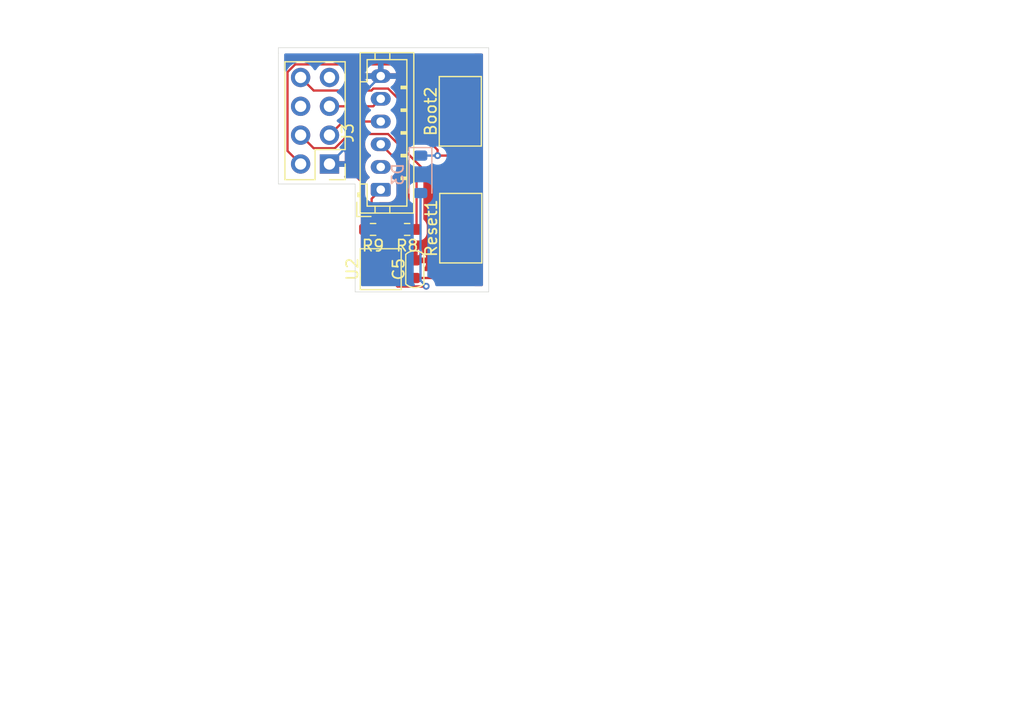
<source format=kicad_pcb>
(kicad_pcb (version 20241229) (generator "pcbnew") (generator_version "9.0")
  (layers (0 "F.Cu" signal) (2 "B.Cu" signal) (13 "F.Paste" user) (15 "B.Paste" user) (5 "F.SilkS" user "F.Silkscreen") (7 "B.SilkS" user "B.Silkscreen") (1 "F.Mask" user) (3 "B.Mask" user) (25 "Edge.Cuts" user))
  (net 0 "")
  (net 1 "+3V3")
  (net 2 "Net-(D3-A)")
  (net 3 "GND")
  (net 4 "/SWDIO")
  (net 5 "/SWCLK")
  (net 6 "/BOOT")
  (net 7 "Net-(J3-Pin_3)")
  (net 8 "USB_D+")
  (net 9 "Net-(J3-Pin_2)")
  (net 10 "USB_BUS")
  (net 11 "USB_D-")
  (net 12 "/NRST")
  (footprint "Button_Switch_SMD:SW_SPST_CK_RS282G05A3" (layer "F.Cu") (at 128.04 44.89 90)
    (property "Reference" "Reset1" (at 0 -2.6 90) (layer "F.SilkS"))
    (property "Value" "SW_Push")
    (fp_line (start 3.06 -1.85) (end 3.06 1.85) (stroke (width 0.12)) (layer "F.SilkS"))
    (fp_line (start -3.06 -1.85) (end 3.06 -1.85) (stroke (width 0.12)) (layer "F.SilkS"))
    (fp_line (start 3.06 1.85) (end -3.06 1.85) (stroke (width 0.12)) (layer "F.SilkS"))
    (fp_line (start -3.06 1.85) (end -3.06 -1.85) (stroke (width 0.12)) (layer "F.SilkS"))
    (pad "1" smd rect (at -3.9 0 90) (size 1.5 1.5) (layers "F.Cu" "F.Mask" "F.Paste") (net 12 "/NRST"))
    (pad "2" smd rect (at 3.9 0 90) (size 1.5 1.5) (layers "F.Cu" "F.Mask" "F.Paste") (net 3 "GND"))
  )
  (footprint "PCM_Package_TO_SOT_SMD_AKL:SOT-23" (layer "F.Cu") (at 121 48.5 90)
    (property "Reference" "U2" (at 0 -2.5 90) (layer "F.SilkS"))
    (property "Value" "AP130-33SA" (hide yes))
    (fp_line (start 1.8 -1.8) (end -1.8 -1.8) (stroke (width 0.12)) (layer "F.SilkS"))
    (fp_line (start -1.8 -1.8) (end -1.8 1.8) (stroke (width 0.12)) (layer "F.SilkS"))
    (fp_line (start 1.8 1.8) (end 1.8 -1.8) (stroke (width 0.12)) (layer "F.SilkS"))
    (fp_line (start -1.8 1.8) (end 1.8 1.8) (stroke (width 0.12)) (layer "F.SilkS"))
    (pad "1" smd roundrect (at -1 -0.95 90) (size 0.9 0.8) (layers "F.Cu" "F.Mask" "F.Paste") (net 3 "GND"))
    (pad "2" smd roundrect (at -1 0.95 90) (size 0.9 0.8) (layers "F.Cu" "F.Mask" "F.Paste") (net 2 "Net-(D3-A)"))
    (pad "3" smd roundrect (at 1 0 90) (size 0.9 0.8) (layers "F.Cu" "F.Mask" "F.Paste") (net 10 "USB_BUS"))
  )
  (footprint "Connector_PinHeader_2.54mm:PinHeader_2x04_P2.54mm_Vertical" (layer "F.Cu") (at 116.49 39.24 180)
    (property "Reference" "J4" (hide yes))
    (property "Value" "Conn_01x08" (hide yes))
    (fp_line (start 3.92 -1.38) (end 3.92 9) (stroke (width 0.12)) (layer "F.SilkS") (net 115))
    (fp_line (start 1.27 1.27) (end 1.27 -1.38) (stroke (width 0.12)) (layer "F.SilkS") (net 115))
    (fp_line (start 1.27 -1.38) (end 3.92 -1.38) (stroke (width 0.12)) (layer "F.SilkS") (net 115))
    (fp_line (start -1.38 9) (end 3.92 9) (stroke (width 0.12)) (layer "F.SilkS") (net 115))
    (fp_line (start -1.38 1.27) (end 1.27 1.27) (stroke (width 0.12)) (layer "F.SilkS") (net 115))
    (fp_line (start -1.38 1.27) (end -1.38 9) (stroke (width 0.12)) (layer "F.SilkS") (net 115))
    (fp_line (start -1.38 0) (end -1.38 -1.38) (stroke (width 0.12)) (layer "F.SilkS") (net 115))
    (fp_line (start -1.38 -1.38) (end 0 -1.38) (stroke (width 0.12)) (layer "F.SilkS") (net 115))
    (pad "1" thru_hole rect (at 0 0 180) (size 1.7 1.7) (drill 1) (layers "*.Cu" "*.Mask") (net 3 "GND"))
    (pad "2" thru_hole circle (at 2.54 0 180) (size 1.7 1.7) (drill 1) (layers "*.Cu" "*.Mask") (net 6 "/BOOT"))
    (pad "3" thru_hole circle (at 0 2.54 180) (size 1.7 1.7) (drill 1) (layers "*.Cu" "*.Mask") (net 11 "USB_D-"))
    (pad "4" thru_hole circle (at 2.54 2.54 180) (size 1.7 1.7) (drill 1) (layers "*.Cu" "*.Mask") (net 12 "/NRST"))
    (pad "5" thru_hole circle (at 0 5.08 180) (size 1.7 1.7) (drill 1) (layers "*.Cu" "*.Mask") (net 8 "USB_D+"))
    (pad "6" thru_hole circle (at 2.54 5.08 180) (size 1.7 1.7) (drill 1) (layers "*.Cu" "*.Mask") (net 4 "/SWDIO"))
    (pad "7" thru_hole circle (at 0 7.62 180) (size 1.7 1.7) (drill 1) (layers "*.Cu" "*.Mask") (net 5 "/SWCLK"))
    (pad "8" thru_hole circle (at 2.54 7.62 180) (size 1.7 1.7) (drill 1) (layers "*.Cu" "*.Mask") (net 1 "+3V3"))
  )
  (footprint "PCM_Capacitor_SMD_AKL:C_0603_1608Metric" (layer "F.Cu") (at 124 48.5 90)
    (property "Reference" "C5" (at 0 -1.43 90) (layer "F.SilkS"))
    (property "Value" "100nF" (hide yes))
    (fp_line (start 1.3 -0.800002) (end -1.3 -0.8) (stroke (width 0.12)) (layer "F.SilkS"))
    (fp_line (start -1.3 0.800002) (end 1.3 0.8) (stroke (width 0.12)) (layer "F.SilkS"))
    (fp_arc (start 1.3 -0.800002) (mid 1.619939 -0.000001) (end 1.3 0.8) (stroke (width 0.12)) (layer "F.SilkS"))
    (fp_arc (start -1.3 0.800002) (mid -1.619939 0.000001) (end -1.3 -0.8) (stroke (width 0.12)) (layer "F.SilkS"))
    (pad "1" smd roundrect (at -0.775 0 90) (size 0.9 0.95) (layers "F.Cu" "F.Mask" "F.Paste") (net 12 "/NRST"))
    (pad "2" smd roundrect (at 0.775 0 90) (size 0.9 0.95) (layers "F.Cu" "F.Mask" "F.Paste") (net 3 "GND"))
  )
  (footprint "Resistor_SMD:R_0603_1608Metric" (layer "F.Cu") (at 120.325 45 180)
    (property "Reference" "R9" (at 0 -1.43 0) (layer "F.SilkS"))
    (property "Value" "5.1k")
    (fp_line (start -0.237258 0.5225) (end 0.237258 0.5225) (stroke (width 0.12)) (layer "F.SilkS"))
    (fp_line (start -0.237258 -0.5225) (end 0.237258 -0.5225) (stroke (width 0.12)) (layer "F.SilkS"))
    (pad "1" smd roundrect (at -0.825 0 180) (size 0.8 0.95) (layers "F.Cu" "F.Mask" "F.Paste") (net 9 "Net-(J3-Pin_2)"))
    (pad "2" smd roundrect (at 0.825 0 180) (size 0.8 0.95) (layers "F.Cu" "F.Mask" "F.Paste") (net 3 "GND"))
  )
  (footprint "Button_Switch_SMD:SW_SPST_CK_RS282G05A3" (layer "F.Cu") (at 128 34.6 90)
    (property "Reference" "Boot2" (at 0 -2.6 90) (layer "F.SilkS"))
    (property "Value" "SW_Push")
    (fp_line (start 3.06 -1.85) (end 3.06 1.85) (stroke (width 0.12)) (layer "F.SilkS"))
    (fp_line (start -3.06 -1.85) (end 3.06 -1.85) (stroke (width 0.12)) (layer "F.SilkS"))
    (fp_line (start 3.06 1.85) (end -3.06 1.85) (stroke (width 0.12)) (layer "F.SilkS"))
    (fp_line (start -3.06 1.85) (end -3.06 -1.85) (stroke (width 0.12)) (layer "F.SilkS"))
    (pad "1" smd rect (at -3.9 0 90) (size 1.5 1.5) (layers "F.Cu" "F.Mask" "F.Paste") (net 1 "+3V3"))
    (pad "2" smd rect (at 3.9 0 90) (size 1.5 1.5) (layers "F.Cu" "F.Mask" "F.Paste") (net 6 "/BOOT"))
  )
  (footprint "Resistor_SMD:R_0603_1608Metric" (layer "F.Cu") (at 123.325 45 180)
    (property "Reference" "R8" (at 0 -1.43 0) (layer "F.SilkS"))
    (property "Value" "5.1k")
    (fp_line (start -0.237258 0.5225) (end 0.237258 0.5225) (stroke (width 0.12)) (layer "F.SilkS"))
    (fp_line (start -0.237258 -0.5225) (end 0.237258 -0.5225) (stroke (width 0.12)) (layer "F.SilkS"))
    (pad "1" smd roundrect (at -0.825 0 180) (size 0.8 0.95) (layers "F.Cu" "F.Mask" "F.Paste") (net 7 "Net-(J3-Pin_3)"))
    (pad "2" smd roundrect (at 0.825 0 180) (size 0.8 0.95) (layers "F.Cu" "F.Mask" "F.Paste") (net 3 "GND"))
  )
  (footprint "Connector_JST:JST_PH_B6B-PH-K_1x06_P2.00mm_Vertical" (layer "F.Cu") (at 121 41.5 90)
    (property "Reference" "J3" (at 5 -2.9 90) (layer "F.SilkS"))
    (property "Value" "Conn_01x06")
    (fp_line (start -1.11 -2.11) (end -2.36 -2.11) (stroke (width 0.12)) (layer "F.SilkS"))
    (fp_line (start -2.36 -2.11) (end -2.36 -0.86) (stroke (width 0.12)) (layer "F.SilkS"))
    (fp_line (start -0.3 -2.01) (end -0.6 -2.01) (stroke (width 0.12)) (layer "F.SilkS"))
    (fp_line (start -0.6 -2.01) (end -0.6 -1.81) (stroke (width 0.12)) (layer "F.SilkS"))
    (fp_line (start -0.3 -1.91) (end -0.6 -1.91) (stroke (width 0.12)) (layer "F.SilkS"))
    (fp_line (start 12.06 -1.81) (end -2.06 -1.81) (stroke (width 0.12)) (layer "F.SilkS"))
    (fp_line (start 0.5 -1.81) (end 0.5 -1.2) (stroke (width 0.12)) (layer "F.SilkS"))
    (fp_line (start -0.3 -1.81) (end -0.3 -2.01) (stroke (width 0.12)) (layer "F.SilkS"))
    (fp_line (start -2.06 -1.81) (end -2.06 2.91) (stroke (width 0.12)) (layer "F.SilkS"))
    (fp_line (start 11.45 -1.2) (end 9.5 -1.2) (stroke (width 0.12)) (layer "F.SilkS"))
    (fp_line (start 9.5 -1.2) (end 9.5 -1.81) (stroke (width 0.12)) (layer "F.SilkS"))
    (fp_line (start 0.5 -1.2) (end -1.45 -1.2) (stroke (width 0.12)) (layer "F.SilkS"))
    (fp_line (start -1.45 -1.2) (end -1.45 2.3) (stroke (width 0.12)) (layer "F.SilkS"))
    (fp_line (start 12.06 -0.5) (end 11.45 -0.5) (stroke (width 0.12)) (layer "F.SilkS"))
    (fp_line (start -2.06 -0.5) (end -1.45 -0.5) (stroke (width 0.12)) (layer "F.SilkS"))
    (fp_line (start 12.06 0.8) (end 11.45 0.8) (stroke (width 0.12)) (layer "F.SilkS"))
    (fp_line (start -2.06 0.8) (end -1.45 0.8) (stroke (width 0.12)) (layer "F.SilkS"))
    (fp_line (start 9.1 1.8) (end 9.1 2.3) (stroke (width 0.12)) (layer "F.SilkS"))
    (fp_line (start 8.9 1.8) (end 9.1 1.8) (stroke (width 0.12)) (layer "F.SilkS"))
    (fp_line (start 7.1 1.8) (end 7.1 2.3) (stroke (width 0.12)) (layer "F.SilkS"))
    (fp_line (start 6.9 1.8) (end 7.1 1.8) (stroke (width 0.12)) (layer "F.SilkS"))
    (fp_line (start 5.1 1.8) (end 5.1 2.3) (stroke (width 0.12)) (layer "F.SilkS"))
    (fp_line (start 4.9 1.8) (end 5.1 1.8) (stroke (width 0.12)) (layer "F.SilkS"))
    (fp_line (start 3.1 1.8) (end 3.1 2.3) (stroke (width 0.12)) (layer "F.SilkS"))
    (fp_line (start 2.9 1.8) (end 3.1 1.8) (stroke (width 0.12)) (layer "F.SilkS"))
    (fp_line (start 1.1 1.8) (end 1.1 2.3) (stroke (width 0.12)) (layer "F.SilkS"))
    (fp_line (start 0.9 1.8) (end 1.1 1.8) (stroke (width 0.12)) (layer "F.SilkS"))
    (fp_line (start 11.45 2.3) (end 11.45 -1.2) (stroke (width 0.12)) (layer "F.SilkS"))
    (fp_line (start 9 2.3) (end 9 1.8) (stroke (width 0.12)) (layer "F.SilkS"))
    (fp_line (start 8.9 2.3) (end 8.9 1.8) (stroke (width 0.12)) (layer "F.SilkS"))
    (fp_line (start 7 2.3) (end 7 1.8) (stroke (width 0.12)) (layer "F.SilkS"))
    (fp_line (start 6.9 2.3) (end 6.9 1.8) (stroke (width 0.12)) (layer "F.SilkS"))
    (fp_line (start 5 2.3) (end 5 1.8) (stroke (width 0.12)) (layer "F.SilkS"))
    (fp_line (start 4.9 2.3) (end 4.9 1.8) (stroke (width 0.12)) (layer "F.SilkS"))
    (fp_line (start 3 2.3) (end 3 1.8) (stroke (width 0.12)) (layer "F.SilkS"))
    (fp_line (start 2.9 2.3) (end 2.9 1.8) (stroke (width 0.12)) (layer "F.SilkS"))
    (fp_line (start 1 2.3) (end 1 1.8) (stroke (width 0.12)) (layer "F.SilkS"))
    (fp_line (start 0.9 2.3) (end 0.9 1.8) (stroke (width 0.12)) (layer "F.SilkS"))
    (fp_line (start -1.45 2.3) (end 11.45 2.3) (stroke (width 0.12)) (layer "F.SilkS"))
    (fp_line (start 12.06 2.91) (end 12.06 -1.81) (stroke (width 0.12)) (layer "F.SilkS"))
    (fp_line (start -2.06 2.91) (end 12.06 2.91) (stroke (width 0.12)) (layer "F.SilkS"))
    (pad "1" thru_hole roundrect (at 0 0 90) (size 1.2 1.75) (drill 0.75) (layers "*.Cu" "*.Mask") (roundrect_rratio 0.208333) (net 10 "USB_BUS"))
    (pad "2" thru_hole oval (at 2 0 90) (size 1.2 1.75) (drill 0.75) (layers "*.Cu" "*.Mask") (net 9 "Net-(J3-Pin_2)"))
    (pad "3" thru_hole oval (at 4 0 90) (size 1.2 1.75) (drill 0.75) (layers "*.Cu" "*.Mask") (net 7 "Net-(J3-Pin_3)"))
    (pad "4" thru_hole oval (at 6 0 90) (size 1.2 1.75) (drill 0.75) (layers "*.Cu" "*.Mask") (net 11 "USB_D-"))
    (pad "5" thru_hole oval (at 8 0 90) (size 1.2 1.75) (drill 0.75) (layers "*.Cu" "*.Mask") (net 8 "USB_D+"))
    (pad "6" thru_hole oval (at 10 0 90) (size 1.2 1.75) (drill 0.75) (layers "*.Cu" "*.Mask") (net 3 "GND"))
  )
  (footprint "Diode_SMD:D_SOD-123" (layer "B.Cu") (at 124.5 40.15 -90)
    (property "Reference" "D3" (at 0 2 90) (layer "B.SilkS") (effects (justify mirror)))
    (property "Value" "S3MB")
    (fp_line (start -2.36 1) (end 1.65 1) (stroke (width 0.12)) (layer "B.SilkS"))
    (fp_line (start -2.36 1) (end -2.36 -1) (stroke (width 0.12)) (layer "B.SilkS"))
    (fp_line (start -2.36 -1) (end 1.65 -1) (stroke (width 0.12)) (layer "B.SilkS"))
    (pad "1" smd roundrect (at -1.65 0 270) (size 0.9 1.2) (layers "B.Cu" "B.Mask" "B.Paste") (net 1 "+3V3"))
    (pad "2" smd roundrect (at 1.65 0 270) (size 0.9 1.2) (layers "B.Cu" "B.Mask" "B.Paste") (net 2 "Net-(D3-A)"))
  )
  (gr_line (start 130.5 29) (end 130.5 50.5) (stroke (width 0.05)) (layer "Edge.Cuts"))
  (gr_line (start 130.5 50.5) (end 118.75 50.5) (stroke (width 0.05)) (layer "Edge.Cuts"))
  (gr_line (start 118.75 41) (end 112 41) (stroke (width 0.05)) (layer "Edge.Cuts"))
  (gr_line (start 112 29) (end 130.5 29) (stroke (width 0.05)) (layer "Edge.Cuts"))
  (gr_line (start 118.75 50.5) (end 118.75 41) (stroke (width 0.05)) (layer "Edge.Cuts"))
  (gr_line (start 112 29.5) (end 112 29) (stroke (width 0.05)) (layer "Edge.Cuts"))
  (gr_line (start 112 41) (end 112 29.5) (stroke (width 0.05)) (layer "Edge.Cuts"))
  (segment (start 120.351794 32.599) (end 121.648206 32.599) (width 0.2) (layer "F.Cu") (net 1))
  (segment (start 124 36) (end 126 38) (width 0.2) (layer "F.Cu") (net 1))
  (segment (start 113.95 31.62) (end 115.101 32.771) (width 0.2) (layer "F.Cu") (net 1))
  (segment (start 124 34.950794) (end 124 36) (width 0.2) (layer "F.Cu") (net 1))
  (segment (start 128 38.5) (end 126 38.5) (width 0.2) (layer "F.Cu") (net 1))
  (segment (start 121.648206 32.599) (end 124 34.950794) (width 0.2) (layer "F.Cu") (net 1))
  (segment (start 126 38) (end 126 38.5) (width 0.2) (layer "F.Cu") (net 1))
  (segment (start 115.101 32.771) (end 120.179794 32.771) (width 0.2) (layer "F.Cu") (net 1))
  (segment (start 120.179794 32.771) (end 120.351794 32.599) (width 0.2) (layer "F.Cu") (net 1))
  (via (at 126 38.5) (size 0.6) (drill 0.3) (layers "F.Cu" "B.Cu") (net 1))
  (segment (start 126 38.5) (end 124.5 38.5) (width 0.2) (layer "B.Cu") (net 1))
  (segment (start 124.974 50.026) (end 125 50) (width 0.2) (layer "F.Cu") (net 2))
  (segment (start 121.95 49.5) (end 122.476 50.026) (width 0.2) (layer "F.Cu") (net 2))
  (segment (start 122.476 50.026) (end 124.974 50.026) (width 0.2) (layer "F.Cu") (net 2))
  (via (at 125 50) (size 0.6) (drill 0.3) (layers "F.Cu" "B.Cu") (net 2))
  (segment (start 124.5 49.5) (end 124.5 41.8) (width 0.2) (layer "B.Cu") (net 2))
  (segment (start 125 50) (end 124.5 49.5) (width 0.2) (layer "B.Cu") (net 2))
  (segment (start 116.49 39.24) (end 117.74 39.24) (width 0.2) (layer "F.Cu") (net 3))
  (segment (start 119.5 47.164064) (end 120.586936 48.251) (width 0.2) (layer "F.Cu") (net 3))
  (segment (start 121 48.251) (end 121.413064 48.251) (width 0.2) (layer "F.Cu") (net 3))
  (segment (start 128.04 43.685) (end 124 47.725) (width 0.2) (layer "F.Cu") (net 3))
  (segment (start 122.5 47.164064) (end 122.5 45) (width 0.2) (layer "F.Cu") (net 3))
  (segment (start 124 47.725) (end 122.725 47.725) (width 0.2) (layer "F.Cu") (net 3))
  (segment (start 119.5 45) (end 119.5 47.164064) (width 0.2) (layer "F.Cu") (net 3))
  (segment (start 117.74 39.24) (end 119.5 41) (width 0.2) (layer "F.Cu") (net 3))
  (segment (start 122.332032 47.332032) (end 122.5 47.164064) (width 0.2) (layer "F.Cu") (net 3))
  (segment (start 128.04 40.99) (end 128.04 43.685) (width 0.2) (layer "F.Cu") (net 3))
  (segment (start 120.586936 48.251) (end 121 48.251) (width 0.2) (layer "F.Cu") (net 3))
  (segment (start 121.413064 48.251) (end 122.332032 47.332032) (width 0.2) (layer "F.Cu") (net 3))
  (segment (start 120.05 49.5) (end 120.05 49.201) (width 0.2) (layer "F.Cu") (net 3))
  (segment (start 119.5 41) (end 119.5 45) (width 0.2) (layer "F.Cu") (net 3))
  (segment (start 120.05 49.201) (end 121 48.251) (width 0.2) (layer "F.Cu") (net 3))
  (segment (start 122.725 47.725) (end 122.332032 47.332032) (width 0.2) (layer "F.Cu") (net 3))
  (segment (start 118 37.73) (end 118 34.5) (width 0.2) (layer "B.Cu") (net 3))
  (segment (start 118 34.5) (end 121 31.5) (width 0.2) (layer "B.Cu") (net 3))
  (segment (start 116.49 39.24) (end 118 37.73) (width 0.2) (layer "B.Cu") (net 3))
  (segment (start 113.47324 30.469) (end 127.769 30.469) (width 0.2) (layer "F.Cu") (net 6))
  (segment (start 112.799 31.14324) (end 113.47324 30.469) (width 0.2) (layer "F.Cu") (net 6))
  (segment (start 127.769 30.469) (end 128 30.7) (width 0.2) (layer "F.Cu") (net 6))
  (segment (start 113.95 39.24) (end 112.799 38.089) (width 0.2) (layer "F.Cu") (net 6))
  (segment (start 112.799 38.089) (end 112.799 31.14324) (width 0.2) (layer "F.Cu") (net 6))
  (segment (start 121 37.5) (end 124.15 40.65) (width 0.2) (layer "F.Cu") (net 7))
  (segment (start 124.15 40.65) (end 124.15 45) (width 0.2) (layer "F.Cu") (net 7))
  (segment (start 116.49 34.16) (end 120.34 34.16) (width 0.2) (layer "F.Cu") (net 8))
  (segment (start 120.34 34.16) (end 121 33.5) (width 0.2) (layer "F.Cu") (net 8))
  (segment (start 120.201 46.701) (end 121 47.5) (width 0.2) (layer "F.Cu") (net 10))
  (segment (start 120.201 42.299) (end 120.201 46.701) (width 0.2) (layer "F.Cu") (net 10))
  (segment (start 121 41.5) (end 120.201 42.299) (width 0.2) (layer "F.Cu") (net 10))
  (segment (start 116.49 36.7) (end 117.69 35.5) (width 0.2) (layer "F.Cu") (net 11))
  (segment (start 117.69 35.5) (end 121 35.5) (width 0.2) (layer "F.Cu") (net 11))
  (segment (start 128.04 48.79) (end 129.091 47.739) (width 0.2) (layer "F.Cu") (net 12))
  (segment (start 121.648206 36.599) (end 118.21876 36.599) (width 0.2) (layer "F.Cu") (net 12))
  (segment (start 115.101 37.851) (end 113.95 36.7) (width 0.2) (layer "F.Cu") (net 12))
  (segment (start 124.988206 39.939) (end 121.648206 36.599) (width 0.2) (layer "F.Cu") (net 12))
  (segment (start 127.555 49.275) (end 128.04 48.79) (width 0.2) (layer "F.Cu") (net 12))
  (segment (start 118.21876 36.599) (end 116.96676 37.851) (width 0.2) (layer "F.Cu") (net 12))
  (segment (start 129.091 47.739) (end 129.091 39.939) (width 0.2) (layer "F.Cu") (net 12))
  (segment (start 129.091 39.939) (end 124.988206 39.939) (width 0.2) (layer "F.Cu") (net 12))
  (segment (start 116.96676 37.851) (end 115.101 37.851) (width 0.2) (layer "F.Cu") (net 12))
  (segment (start 124 49.275) (end 127.555 49.275) (width 0.2) (layer "F.Cu") (net 12))
  (zone (net 3) (net_name "GND") (layers "F.Cu" "B.Cu") (connect_pads (clearance 0.5)) (min_thickness 0.25) (fill yes (thermal_gap 0.5) (thermal_bridge_width 0.5))
    (polygon (pts (xy 96 25.2) (xy 170.8 24.8) (xy 177.6 77.2) (xy 97.8 87.6)))
  )
)
</source>
